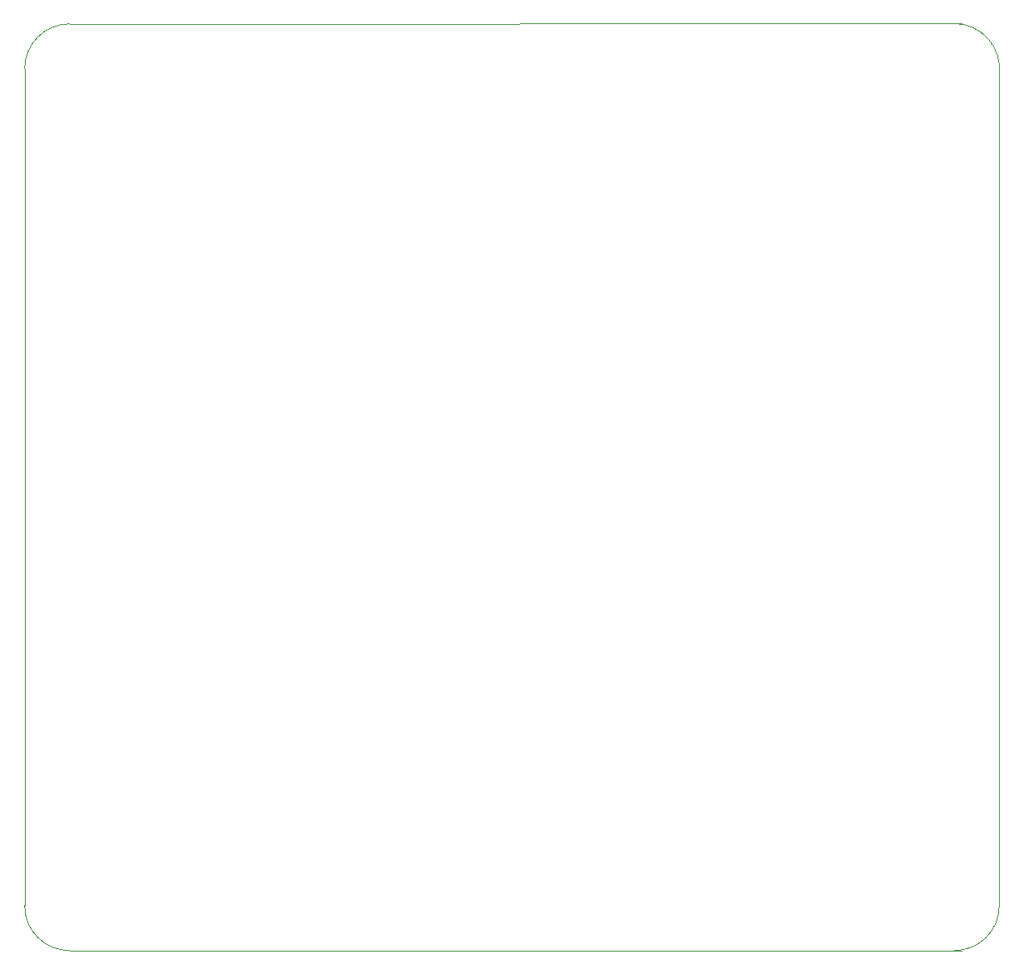
<source format=gbr>
%TF.GenerationSoftware,KiCad,Pcbnew,8.0.5*%
%TF.CreationDate,2024-12-05T17:04:50+01:00*%
%TF.ProjectId,TEEKeeper_V1.0,5445454b-6565-4706-9572-5f56312e302e,rev?*%
%TF.SameCoordinates,PX7b0df40PY6e75580*%
%TF.FileFunction,Profile,NP*%
%FSLAX46Y46*%
G04 Gerber Fmt 4.6, Leading zero omitted, Abs format (unit mm)*
G04 Created by KiCad (PCBNEW 8.0.5) date 2024-12-05 17:04:50*
%MOMM*%
%LPD*%
G01*
G04 APERTURE LIST*
%TA.AperFunction,Profile*%
%ADD10C,0.050000*%
%TD*%
G04 APERTURE END LIST*
D10*
X94792799Y84836000D02*
X94792800Y0D01*
X0Y-4572000D02*
G75*
G02*
X-4572000Y0I0J4572000D01*
G01*
X90220800Y89944135D02*
G75*
G02*
X94792799Y84836000I0J-4600135D01*
G01*
X94792800Y0D02*
G75*
G02*
X90220800Y-4572000I-4572000J0D01*
G01*
X0Y-4572000D02*
X90932000Y-4572000D01*
X0Y89916000D02*
X90932000Y89944135D01*
X-4572000Y0D02*
X-4572000Y85344000D01*
X-4572000Y85344000D02*
G75*
G02*
X0Y89916000I4572000J0D01*
G01*
M02*

</source>
